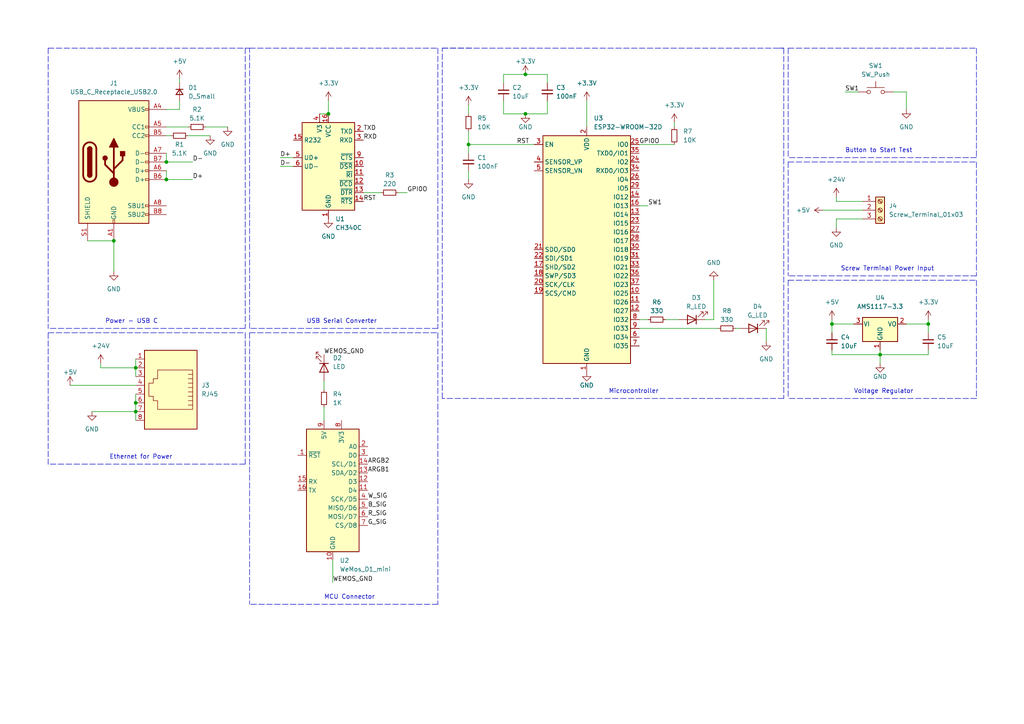
<source format=kicad_sch>
(kicad_sch (version 20211123) (generator eeschema)
  (paper "A4")
  (lib_symbols
    (symbol "Connector:RJ45" (pin_names (offset 1.016))
      (property "Reference" "J" (at -5.08 13.97 0))
      (property "Value" "RJ45" (at 2.54 13.97 0))
      (symbol "RJ45_0_1"
        (polyline (pts (xy -5.08 4.445) (xy -6.35 4.445)))
        (polyline (pts (xy -5.08 5.715) (xy -6.35 5.715)))
        (polyline (pts (xy -6.35 -3.175) (xy -5.08 -3.175) (xy -5.08 -3.175)))
        (polyline (pts (xy -6.35 -1.905) (xy -5.08 -1.905) (xy -5.08 -1.905)))
        (polyline (pts (xy -6.35 -0.635) (xy -5.08 -0.635) (xy -5.08 -0.635)))
        (polyline (pts (xy -6.35 0.635) (xy -5.08 0.635) (xy -5.08 0.635)))
        (polyline (pts (xy -6.35 1.905) (xy -5.08 1.905) (xy -5.08 1.905)))
        (polyline (pts (xy -5.08 3.175) (xy -6.35 3.175) (xy -6.35 3.175)))
        (polyline (pts (xy -6.35 -4.445) (xy -6.35 6.985) (xy 3.81 6.985) (xy 3.81 4.445) (xy 5.08 4.445) (xy 5.08 3.175) (xy 6.35 3.175) (xy 6.35 -0.635) (xy 5.08 -0.635) (xy 5.08 -1.905) (xy 3.81 -1.905) (xy 3.81 -4.445) (xy -6.35 -4.445) (xy -6.35 -4.445)))
        (rectangle (start 7.62 12.7) (end -7.62 -10.16) (stroke (width 0.254)) (fill (type background)))
      )
      (symbol "RJ45_1_1"
        (pin passive line (at 10.16 -7.62 180) (length 2.54) (name "~") (number "1"))
        (pin passive line (at 10.16 -5.08 180) (length 2.54) (name "~") (number "2"))
        (pin passive line (at 10.16 -2.54 180) (length 2.54) (name "~") (number "3"))
        (pin passive line (at 10.16 0 180) (length 2.54) (name "~") (number "4"))
        (pin passive line (at 10.16 2.54 180) (length 2.54) (name "~") (number "5"))
        (pin passive line (at 10.16 5.08 180) (length 2.54) (name "~") (number "6"))
        (pin passive line (at 10.16 7.62 180) (length 2.54) (name "~") (number "7"))
        (pin passive line (at 10.16 10.16 180) (length 2.54) (name "~") (number "8"))
      )
    )
    (symbol "Connector:Screw_Terminal_01x03" (pin_names (offset 1.016) hide)
      (property "Reference" "J" (at 0 5.08 0))
      (property "Value" "Screw_Terminal_01x03" (at 0 -5.08 0))
      (symbol "Screw_Terminal_01x03_1_1"
        (rectangle (start -1.27 3.81) (end 1.27 -3.81) (stroke (width 0.254)) (fill (type background)))
        (circle (center 0 -2.54) (radius 0.635) (stroke (width 0.1524)))
        (polyline (pts (xy -0.5334 -2.2098) (xy 0.3302 -3.048)) (stroke (width 0.1524)))
        (polyline (pts (xy -0.5334 0.3302) (xy 0.3302 -0.508)) (stroke (width 0.1524)))
        (polyline (pts (xy -0.5334 2.8702) (xy 0.3302 2.032)) (stroke (width 0.1524)))
        (polyline (pts (xy -0.3556 -2.032) (xy 0.508 -2.8702)) (stroke (width 0.1524)))
        (polyline (pts (xy -0.3556 0.508) (xy 0.508 -0.3302)) (stroke (width 0.1524)))
        (polyline (pts (xy -0.3556 3.048) (xy 0.508 2.2098)) (stroke (width 0.1524)))
        (circle (center 0 0) (radius 0.635) (stroke (width 0.1524)))
        (circle (center 0 2.54) (radius 0.635) (stroke (width 0.1524)))
        (pin passive line (at -5.08 2.54 0) (length 3.81) (name "Pin_1") (number "1"))
        (pin passive line (at -5.08 0 0) (length 3.81) (name "Pin_2") (number "2"))
        (pin passive line (at -5.08 -2.54 0) (length 3.81) (name "Pin_3") (number "3"))
      )
    )
    (symbol "Connector:USB_C_Receptacle_USB2.0" (pin_names (offset 1.016))
      (property "Reference" "J" (at -10.16 19.05 0))
      (property "Value" "USB_C_Receptacle_USB2.0" (at 19.05 19.05 0))
      (symbol "USB_C_Receptacle_USB2.0_0_0"
        (rectangle (start -0.254 -17.78) (end 0.254 -16.764))
        (rectangle (start 10.16 -14.986) (end 9.144 -15.494))
        (rectangle (start 10.16 -12.446) (end 9.144 -12.954))
        (rectangle (start 10.16 -4.826) (end 9.144 -5.334))
        (rectangle (start 10.16 -2.286) (end 9.144 -2.794))
        (rectangle (start 10.16 0.254) (end 9.144 -0.254))
        (rectangle (start 10.16 2.794) (end 9.144 2.286))
        (rectangle (start 10.16 7.874) (end 9.144 7.366))
        (rectangle (start 10.16 10.414) (end 9.144 9.906))
        (rectangle (start 10.16 15.494) (end 9.144 14.986))
      )
      (symbol "USB_C_Receptacle_USB2.0_0_1"
        (rectangle (start -10.16 17.78) (end 10.16 -17.78) (stroke (width 0.254)) (fill (type background)))
        (arc (start -8.89 -3.81) (mid -6.985 -5.715) (end -5.08 -3.81) (stroke (width 0.508)))
        (arc (start -7.62 -3.81) (mid -6.985 -4.445) (end -6.35 -3.81) (stroke (width 0.254)))
        (arc (start -7.62 -3.81) (mid -6.985 -4.445) (end -6.35 -3.81) (stroke (width 0.254)) (fill (type outline)))
        (rectangle (start -7.62 -3.81) (end -6.35 3.81) (stroke (width 0.254)) (fill (type outline)))
        (arc (start -6.35 3.81) (mid -6.985 4.445) (end -7.62 3.81) (stroke (width 0.254)))
        (arc (start -6.35 3.81) (mid -6.985 4.445) (end -7.62 3.81) (stroke (width 0.254)) (fill (type outline)))
        (arc (start -5.08 3.81) (mid -6.985 5.715) (end -8.89 3.81) (stroke (width 0.508)))
        (circle (center -2.54 1.143) (radius 0.635) (stroke (width 0.254)) (fill (type outline)))
        (circle (center 0 -5.842) (radius 1.27) (fill (type outline)))
        (polyline (pts (xy -8.89 -3.81) (xy -8.89 3.81)) (stroke (width 0.508)))
        (polyline (pts (xy -5.08 3.81) (xy -5.08 -3.81)) (stroke (width 0.508)))
        (polyline (pts (xy 0 -5.842) (xy 0 4.318)) (stroke (width 0.508)))
        (polyline (pts (xy 0 -3.302) (xy -2.54 -0.762) (xy -2.54 0.508)) (stroke (width 0.508)))
        (polyline (pts (xy 0 -2.032) (xy 2.54 0.508) (xy 2.54 1.778)) (stroke (width 0.508)))
        (polyline (pts (xy -1.27 4.318) (xy 0 6.858) (xy 1.27 4.318) (xy -1.27 4.318)) (stroke (width 0.254)) (fill (type outline)))
        (rectangle (start 1.905 1.778) (end 3.175 3.048) (stroke (width 0.254)) (fill (type outline)))
      )
      (symbol "USB_C_Receptacle_USB2.0_1_1"
        (pin passive line (at 0 -22.86 90) (length 5.08) (name "GND") (number "A1"))
        (pin passive line (at 0 -22.86 90) (length 5.08) hide (name "GND") (number "A12"))
        (pin passive line (at 15.24 15.24 180) (length 5.08) (name "VBUS") (number "A4"))
        (pin bidirectional line (at 15.24 10.16 180) (length 5.08) (name "CC1") (number "A5"))
        (pin bidirectional line (at 15.24 -2.54 180) (length 5.08) (name "D+") (number "A6"))
        (pin bidirectional line (at 15.24 2.54 180) (length 5.08) (name "D-") (number "A7"))
        (pin bidirectional line (at 15.24 -12.7 180) (length 5.08) (name "SBU1") (number "A8"))
        (pin passive line (at 15.24 15.24 180) (length 5.08) hide (name "VBUS") (number "A9"))
        (pin passive line (at 0 -22.86 90) (length 5.08) hide (name "GND") (number "B1"))
        (pin passive line (at 0 -22.86 90) (length 5.08) hide (name "GND") (number "B12"))
        (pin passive line (at 15.24 15.24 180) (length 5.08) hide (name "VBUS") (number "B4"))
        (pin bidirectional line (at 15.24 7.62 180) (length 5.08) (name "CC2") (number "B5"))
        (pin bidirectional line (at 15.24 -5.08 180) (length 5.08) (name "D+") (number "B6"))
        (pin bidirectional line (at 15.24 0 180) (length 5.08) (name "D-") (number "B7"))
        (pin bidirectional line (at 15.24 -15.24 180) (length 5.08) (name "SBU2") (number "B8"))
        (pin passive line (at 15.24 15.24 180) (length 5.08) hide (name "VBUS") (number "B9"))
        (pin passive line (at -7.62 -22.86 90) (length 5.08) (name "SHIELD") (number "S1"))
      )
    )
    (symbol "Device:C_Small" (pin_numbers hide) (pin_names (offset 0.254) hide)
      (property "Reference" "C" (at 0.254 1.778 0))
      (property "Value" "C_Small" (at 0.254 -2.032 0))
      (symbol "C_Small_0_1"
        (polyline (pts (xy -1.524 -0.508) (xy 1.524 -0.508)) (stroke (width 0.3302)))
        (polyline (pts (xy -1.524 0.508) (xy 1.524 0.508)) (stroke (width 0.3048)))
      )
      (symbol "C_Small_1_1"
        (pin passive line (at 0 2.54 270) (length 2.032) (name "~") (number "1"))
        (pin passive line (at 0 -2.54 90) (length 2.032) (name "~") (number "2"))
      )
    )
    (symbol "Device:D_Small" (pin_numbers hide) (pin_names (offset 0.254) hide)
      (property "Reference" "D" (at -1.27 2.032 0))
      (property "Value" "D_Small" (at -3.81 -2.032 0))
      (symbol "D_Small_0_1"
        (polyline (pts (xy -0.762 -1.016) (xy -0.762 1.016)) (stroke (width 0.254)))
        (polyline (pts (xy -0.762 0) (xy 0.762 0)))
        (polyline (pts (xy 0.762 -1.016) (xy -0.762 0) (xy 0.762 1.016) (xy 0.762 -1.016)) (stroke (width 0.254)))
      )
      (symbol "D_Small_1_1"
        (pin passive line (at -2.54 0 0) (length 1.778) (name "K") (number "1"))
        (pin passive line (at 2.54 0 180) (length 1.778) (name "A") (number "2"))
      )
    )
    (symbol "Device:LED" (pin_numbers hide) (pin_names (offset 1.016) hide)
      (property "Reference" "D" (at 0 2.54 0))
      (property "Value" "LED" (at 0 -2.54 0))
      (symbol "LED_0_1"
        (polyline (pts (xy -1.27 -1.27) (xy -1.27 1.27)) (stroke (width 0.254)))
        (polyline (pts (xy -1.27 0) (xy 1.27 0)))
        (polyline (pts (xy 1.27 -1.27) (xy 1.27 1.27) (xy -1.27 0) (xy 1.27 -1.27)) (stroke (width 0.254)))
        (polyline (pts (xy -3.048 -0.762) (xy -4.572 -2.286) (xy -3.81 -2.286) (xy -4.572 -2.286) (xy -4.572 -1.524)))
        (polyline (pts (xy -1.778 -0.762) (xy -3.302 -2.286) (xy -2.54 -2.286) (xy -3.302 -2.286) (xy -3.302 -1.524)))
      )
      (symbol "LED_1_1"
        (pin passive line (at -3.81 0 0) (length 2.54) (name "K") (number "1"))
        (pin passive line (at 3.81 0 180) (length 2.54) (name "A") (number "2"))
      )
    )
    (symbol "Device:R_Small" (pin_numbers hide) (pin_names (offset 0.254) hide)
      (property "Reference" "R" (at 0.762 0.508 0))
      (property "Value" "R_Small" (at 0.762 -1.016 0))
      (symbol "R_Small_0_1"
        (rectangle (start -0.762 1.778) (end 0.762 -1.778) (stroke (width 0.2032)))
      )
      (symbol "R_Small_1_1"
        (pin passive line (at 0 2.54 270) (length 0.762) (name "~") (number "1"))
        (pin passive line (at 0 -2.54 90) (length 0.762) (name "~") (number "2"))
      )
    )
    (symbol "Interface_USB:CH340C"
      (property "Reference" "U" (at -5.08 13.97 0))
      (property "Value" "CH340C" (at 1.27 13.97 0))
      (symbol "CH340C_0_1"
        (rectangle (start -7.62 12.7) (end 7.62 -12.7) (stroke (width 0.254)) (fill (type background)))
      )
      (symbol "CH340C_1_1"
        (pin power_in line (at 0 -15.24 90) (length 2.54) (name "GND") (number "1"))
        (pin input line (at 10.16 0 180) (length 2.54) (name "~{DSR}") (number "10"))
        (pin input line (at 10.16 -2.54 180) (length 2.54) (name "~{RI}") (number "11"))
        (pin input line (at 10.16 -5.08 180) (length 2.54) (name "~{DCD}") (number "12"))
        (pin output line (at 10.16 -7.62 180) (length 2.54) (name "~{DTR}") (number "13"))
        (pin output line (at 10.16 -10.16 180) (length 2.54) (name "~{RTS}") (number "14"))
        (pin input line (at -10.16 7.62 0) (length 2.54) (name "R232") (number "15"))
        (pin power_in line (at 0 15.24 270) (length 2.54) (name "VCC") (number "16"))
        (pin output line (at 10.16 10.16 180) (length 2.54) (name "TXD") (number "2"))
        (pin input line (at 10.16 7.62 180) (length 2.54) (name "RXD") (number "3"))
        (pin passive line (at -2.54 15.24 270) (length 2.54) (name "V3") (number "4"))
        (pin bidirectional line (at -10.16 2.54 0) (length 2.54) (name "UD+") (number "5"))
        (pin bidirectional line (at -10.16 0 0) (length 2.54) (name "UD-") (number "6"))
        (pin no_connect line (at -7.62 -7.62 0) (length 2.54) hide (name "NC") (number "7"))
        (pin no_connect line (at -7.62 -10.16 0) (length 2.54) hide (name "NC") (number "8"))
        (pin input line (at 10.16 2.54 180) (length 2.54) (name "~{CTS}") (number "9"))
      )
    )
    (symbol "MCU_Module:WeMos_D1_mini"
      (property "Reference" "U" (at 3.81 19.05 0))
      (property "Value" "WeMos_D1_mini" (at 1.27 -19.05 0))
      (symbol "WeMos_D1_mini_1_1"
        (rectangle (start -7.62 17.78) (end 7.62 -17.78) (stroke (width 0.254)) (fill (type background)))
        (pin input line (at -10.16 10.16 0) (length 2.54) (name "~{RST}") (number "1"))
        (pin power_in line (at 0 -20.32 90) (length 2.54) (name "GND") (number "10"))
        (pin bidirectional line (at 10.16 0 180) (length 2.54) (name "D4") (number "11"))
        (pin bidirectional line (at 10.16 2.54 180) (length 2.54) (name "D3") (number "12"))
        (pin bidirectional line (at 10.16 5.08 180) (length 2.54) (name "SDA/D2") (number "13"))
        (pin bidirectional line (at 10.16 7.62 180) (length 2.54) (name "SCL/D1") (number "14"))
        (pin input line (at -10.16 2.54 0) (length 2.54) (name "RX") (number "15"))
        (pin output line (at -10.16 0 0) (length 2.54) (name "TX") (number "16"))
        (pin input line (at 10.16 12.7 180) (length 2.54) (name "A0") (number "2"))
        (pin bidirectional line (at 10.16 10.16 180) (length 2.54) (name "D0") (number "3"))
        (pin bidirectional line (at 10.16 -2.54 180) (length 2.54) (name "SCK/D5") (number "4"))
        (pin bidirectional line (at 10.16 -5.08 180) (length 2.54) (name "MISO/D6") (number "5"))
        (pin bidirectional line (at 10.16 -7.62 180) (length 2.54) (name "MOSI/D7") (number "6"))
        (pin bidirectional line (at 10.16 -10.16 180) (length 2.54) (name "CS/D8") (number "7"))
        (pin power_out line (at 2.54 20.32 270) (length 2.54) (name "3V3") (number "8"))
        (pin power_in line (at -2.54 20.32 270) (length 2.54) (name "5V") (number "9"))
      )
    )
    (symbol "RF_Module:ESP32-WROOM-32D"
      (property "Reference" "U" (at -12.7 34.29 0))
      (property "Value" "ESP32-WROOM-32D" (at 1.27 34.29 0))
      (symbol "ESP32-WROOM-32D_0_1"
        (rectangle (start -12.7 33.02) (end 12.7 -33.02) (stroke (width 0.254)) (fill (type background)))
      )
      (symbol "ESP32-WROOM-32D_1_1"
        (pin power_in line (at 0 -35.56 90) (length 2.54) (name "GND") (number "1"))
        (pin bidirectional line (at 15.24 -12.7 180) (length 2.54) (name "IO25") (number "10"))
        (pin bidirectional line (at 15.24 -15.24 180) (length 2.54) (name "IO26") (number "11"))
        (pin bidirectional line (at 15.24 -17.78 180) (length 2.54) (name "IO27") (number "12"))
        (pin bidirectional line (at 15.24 10.16 180) (length 2.54) (name "IO14") (number "13"))
        (pin bidirectional line (at 15.24 15.24 180) (length 2.54) (name "IO12") (number "14"))
        (pin passive line (at 0 -35.56 90) (length 2.54) hide (name "GND") (number "15"))
        (pin bidirectional line (at 15.24 12.7 180) (length 2.54) (name "IO13") (number "16"))
        (pin bidirectional line (at -15.24 -5.08 0) (length 2.54) (name "SHD/SD2") (number "17"))
        (pin bidirectional line (at -15.24 -7.62 0) (length 2.54) (name "SWP/SD3") (number "18"))
        (pin bidirectional line (at -15.24 -12.7 0) (length 2.54) (name "SCS/CMD") (number "19"))
        (pin power_in line (at 0 35.56 270) (length 2.54) (name "VDD") (number "2"))
        (pin bidirectional line (at -15.24 -10.16 0) (length 2.54) (name "SCK/CLK") (number "20"))
        (pin bidirectional line (at -15.24 0 0) (length 2.54) (name "SDO/SD0") (number "21"))
        (pin bidirectional line (at -15.24 -2.54 0) (length 2.54) (name "SDI/SD1") (number "22"))
        (pin bidirectional line (at 15.24 7.62 180) (length 2.54) (name "IO15") (number "23"))
        (pin bidirectional line (at 15.24 25.4 180) (length 2.54) (name "IO2") (number "24"))
        (pin bidirectional line (at 15.24 30.48 180) (length 2.54) (name "IO0") (number "25"))
        (pin bidirectional line (at 15.24 20.32 180) (length 2.54) (name "IO4") (number "26"))
        (pin bidirectional line (at 15.24 5.08 180) (length 2.54) (name "IO16") (number "27"))
        (pin bidirectional line (at 15.24 2.54 180) (length 2.54) (name "IO17") (number "28"))
        (pin bidirectional line (at 15.24 17.78 180) (length 2.54) (name "IO5") (number "29"))
        (pin input line (at -15.24 30.48 0) (length 2.54) (name "EN") (number "3"))
        (pin bidirectional line (at 15.24 0 180) (length 2.54) (name "IO18") (number "30"))
        (pin bidirectional line (at 15.24 -2.54 180) (length 2.54) (name "IO19") (number "31"))
        (pin no_connect line (at -12.7 -27.94 0) (length 2.54) hide (name "NC") (number "32"))
        (pin bidirectional line (at 15.24 -5.08 180) (length 2.54) (name "IO21") (number "33"))
        (pin bidirectional line (at 15.24 22.86 180) (length 2.54) (name "RXD0/IO3") (number "34"))
        (pin bidirectional line (at 15.24 27.94 180) (length 2.54) (name "TXD0/IO1") (number "35"))
        (pin bidirectional line (at 15.24 -7.62 180) (length 2.54) (name "IO22") (number "36"))
        (pin bidirectional line (at 15.24 -10.16 180) (length 2.54) (name "IO23") (number "37"))
        (pin passive line (at 0 -35.56 90) (length 2.54) hide (name "GND") (number "38"))
        (pin passive line (at 0 -35.56 90) (length 2.54) hide (name "GND") (number "39"))
        (pin input line (at -15.24 25.4 0) (length 2.54) (name "SENSOR_VP") (number "4"))
        (pin input line (at -15.24 22.86 0) (length 2.54) (name "SENSOR_VN") (number "5"))
        (pin input line (at 15.24 -25.4 180) (length 2.54) (name "IO34") (number "6"))
        (pin input line (at 15.24 -27.94 180) (length 2.54) (name "IO35") (number "7"))
        (pin bidirectional line (at 15.24 -20.32 180) (length 2.54) (name "IO32") (number "8"))
        (pin bidirectional line (at 15.24 -22.86 180) (length 2.54) (name "IO33") (number "9"))
      )
    )
    (symbol "Regulator_Linear:AMS1117-3.3" (pin_names (offset 0.254))
      (property "Reference" "U" (at -3.81 3.175 0))
      (property "Value" "AMS1117-3.3" (at 0 3.175 0))
      (symbol "AMS1117-3.3_0_1"
        (rectangle (start -5.08 -5.08) (end 5.08 1.905) (stroke (width 0.254)) (fill (type background)))
      )
      (symbol "AMS1117-3.3_1_1"
        (pin power_in line (at 0 -7.62 90) (length 2.54) (name "GND") (number "1"))
        (pin power_out line (at 7.62 0 180) (length 2.54) (name "VO") (number "2"))
        (pin power_in line (at -7.62 0 0) (length 2.54) (name "VI") (number "3"))
      )
    )
    (symbol "Switch:SW_Push" (pin_numbers hide) (pin_names (offset 1.016) hide)
      (property "Reference" "SW" (at 1.27 2.54 0))
      (property "Value" "SW_Push" (at 0 -1.524 0))
      (symbol "SW_Push_0_1"
        (circle (center -2.032 0) (radius 0.508))
        (polyline (pts (xy 0 1.27) (xy 0 3.048)))
        (polyline (pts (xy 2.54 1.27) (xy -2.54 1.27)))
        (circle (center 2.032 0) (radius 0.508))
        (pin passive line (at -5.08 0 0) (length 2.54) (name "1") (number "1"))
        (pin passive line (at 5.08 0 180) (length 2.54) (name "2") (number "2"))
      )
    )
    (symbol "power:+24V" (power) (pin_names (offset 0))
      (property "Value" "+24V" (at 0 3.556 0))
      (symbol "+24V_0_1"
        (polyline (pts (xy -0.762 1.27) (xy 0 2.54)))
        (polyline (pts (xy 0 0) (xy 0 2.54)))
        (polyline (pts (xy 0 2.54) (xy 0.762 1.27)))
      )
      (symbol "+24V_1_1"
        (pin power_in line (at 0 0 90) (length 0) hide (name "+24V") (number "1"))
      )
    )
    (symbol "power:+3.3V" (power) (pin_names (offset 0))
      (property "Value" "+3.3V" (at 0 3.556 0))
      (symbol "+3.3V_0_1"
        (polyline (pts (xy -0.762 1.27) (xy 0 2.54)))
        (polyline (pts (xy 0 0) (xy 0 2.54)))
        (polyline (pts (xy 0 2.54) (xy 0.762 1.27)))
      )
      (symbol "+3.3V_1_1"
        (pin power_in line (at 0 0 90) (length 0) hide (name "+3.3V") (number "1"))
      )
    )
    (symbol "power:+5V" (power) (pin_names (offset 0))
      (property "Value" "+5V" (at 0 3.556 0))
      (symbol "+5V_0_1"
        (polyline (pts (xy -0.762 1.27) (xy 0 2.54)))
        (polyline (pts (xy 0 0) (xy 0 2.54)))
        (polyline (pts (xy 0 2.54) (xy 0.762 1.27)))
      )
      (symbol "+5V_1_1"
        (pin power_in line (at 0 0 90) (length 0) hide (name "+5V") (number "1"))
      )
    )
    (symbol "power:GND" (power) (pin_names (offset 0))
      (property "Value" "GND" (at 0 -3.81 0))
      (symbol "GND_0_1"
        (polyline (pts (xy 0 0) (xy 0 -1.27) (xy 1.27 -1.27) (xy 0 -2.54) (xy -1.27 -1.27) (xy 0 -1.27)))
      )
      (symbol "GND_1_1"
        (pin power_in line (at 0 0 270) (length 0) hide (name "GND") (number "1"))
      )
    )
  )
  (junction (at 152.4 21.59))
  (junction (at 39.37 116.84))
  (junction (at 269.24 93.98))
  (junction (at 48.26 52.07))
  (junction (at 95.25 33.02))
  (junction (at 48.26 46.99))
  (junction (at 39.37 106.68))
  (junction (at 241.3 93.98))
  (junction (at 152.4 33.02))
  (junction (at 135.89 41.91))
  (junction (at 255.27 102.87))
  (junction (at 39.37 119.38))
  (junction (at 33.02 69.85))
  (wire (pts (xy 135.89 44.45) (xy 135.89 41.91)))
  (wire (pts (xy 238.76 60.96) (xy 250.19 60.96)))
  (polyline (pts (xy 72.39 95.25) (xy 72.39 13.97)))
  (wire (pts (xy 59.69 36.83) (xy 66.04 36.83)))
  (polyline (pts (xy 227.33 115.57) (xy 128.27 115.57)))
  (wire (pts (xy 93.98 118.11) (xy 93.98 121.92)))
  (wire (pts (xy 52.07 22.86) (xy 52.07 24.13)))
  (polyline (pts (xy 127 95.25) (xy 72.39 95.25)))
  (polyline (pts (xy 71.12 13.97) (xy 71.12 95.25)))
  (polyline (pts (xy 283.21 80.01) (xy 228.6 80.01)))
  (wire (pts (xy 187.96 59.69) (xy 185.42 59.69)))
  (polyline (pts (xy 283.21 13.97) (xy 283.21 45.72)))
  (wire (pts (xy 269.24 101.6) (xy 269.24 102.87)))
  (polyline (pts (xy 128.27 13.97) (xy 227.33 13.97)))
  (polyline (pts (xy 71.12 134.62) (xy 13.97 134.62)))
  (polyline (pts (xy 13.97 13.97) (xy 13.97 95.25)))
  (wire (pts (xy 242.57 58.42) (xy 250.19 58.42)))
  (polyline (pts (xy 283.21 45.72) (xy 228.6 45.72)))
  (wire (pts (xy 242.57 63.5) (xy 250.19 63.5)))
  (wire (pts (xy 158.75 21.59) (xy 158.75 24.13)))
  (polyline (pts (xy 71.12 96.52) (xy 71.12 134.62)))
  (wire (pts (xy 152.4 33.02) (xy 146.05 33.02)))
  (wire (pts (xy 26.67 119.38) (xy 39.37 119.38)))
  (wire (pts (xy 213.36 95.25) (xy 214.63 95.25)))
  (polyline (pts (xy 228.6 46.99) (xy 283.21 46.99)))
  (wire (pts (xy 81.28 45.72) (xy 85.09 45.72)))
  (wire (pts (xy 25.4 69.85) (xy 33.02 69.85)))
  (polyline (pts (xy 283.21 115.57) (xy 228.6 115.57)))
  (wire (pts (xy 39.37 116.84) (xy 39.37 119.38)))
  (polyline (pts (xy 127 175.26) (xy 72.39 175.26)))
  (polyline (pts (xy 228.6 46.99) (xy 228.6 80.01)))
  (wire (pts (xy 135.89 41.91) (xy 154.94 41.91)))
  (polyline (pts (xy 72.39 96.52) (xy 127 96.52)))
  (wire (pts (xy 48.26 49.53) (xy 48.26 52.07)))
  (wire (pts (xy 255.27 105.41) (xy 255.27 102.87)))
  (polyline (pts (xy 127 96.52) (xy 127 175.26)))
  (polyline (pts (xy 13.97 96.52) (xy 71.12 96.52)))
  (wire (pts (xy 48.26 44.45) (xy 48.26 46.99)))
  (wire (pts (xy 39.37 114.3) (xy 39.37 116.84)))
  (polyline (pts (xy 226.06 13.97) (xy 227.33 13.97)))
  (polyline (pts (xy 13.97 96.52) (xy 13.97 134.62)))
  (wire (pts (xy 262.89 26.67) (xy 262.89 31.75)))
  (wire (pts (xy 135.89 52.07) (xy 135.89 49.53)))
  (wire (pts (xy 241.3 93.98) (xy 241.3 92.71)))
  (wire (pts (xy 146.05 24.13) (xy 146.05 21.59)))
  (wire (pts (xy 262.89 93.98) (xy 269.24 93.98)))
  (wire (pts (xy 269.24 93.98) (xy 269.24 96.52)))
  (wire (pts (xy 152.4 21.59) (xy 158.75 21.59)))
  (wire (pts (xy 158.75 33.02) (xy 152.4 33.02)))
  (wire (pts (xy 185.42 95.25) (xy 208.28 95.25)))
  (wire (pts (xy 33.02 69.85) (xy 33.02 78.74)))
  (polyline (pts (xy 227.33 13.97) (xy 227.33 115.57)))
  (wire (pts (xy 39.37 104.14) (xy 39.37 106.68)))
  (wire (pts (xy 222.25 95.25) (xy 222.25 99.06)))
  (wire (pts (xy 39.37 106.68) (xy 39.37 109.22)))
  (wire (pts (xy 241.3 93.98) (xy 241.3 96.52)))
  (wire (pts (xy 146.05 33.02) (xy 146.05 29.21)))
  (wire (pts (xy 95.25 29.21) (xy 95.25 33.02)))
  (wire (pts (xy 118.11 55.88) (xy 115.57 55.88)))
  (wire (pts (xy 255.27 102.87) (xy 269.24 102.87)))
  (wire (pts (xy 92.71 33.02) (xy 95.25 33.02)))
  (wire (pts (xy 255.27 102.87) (xy 255.27 101.6)))
  (wire (pts (xy 48.26 39.37) (xy 49.53 39.37)))
  (wire (pts (xy 52.07 31.75) (xy 48.26 31.75)))
  (wire (pts (xy 269.24 93.98) (xy 269.24 92.71)))
  (polyline (pts (xy 72.39 96.52) (xy 72.39 175.26)))
  (wire (pts (xy 48.26 52.07) (xy 55.88 52.07)))
  (wire (pts (xy 195.58 35.56) (xy 195.58 36.83)))
  (wire (pts (xy 48.26 46.99) (xy 55.88 46.99)))
  (polyline (pts (xy 72.39 13.97) (xy 71.12 13.97)))
  (polyline (pts (xy 72.39 13.97) (xy 127 13.97)))
  (polyline (pts (xy 228.6 13.97) (xy 228.6 45.72)))
  (polyline (pts (xy 283.21 81.28) (xy 283.21 115.57)))
  (polyline (pts (xy 228.6 81.28) (xy 228.6 115.57)))
  (wire (pts (xy 247.65 93.98) (xy 241.3 93.98)))
  (wire (pts (xy 135.89 41.91) (xy 135.89 38.1)))
  (wire (pts (xy 170.18 29.21) (xy 170.18 36.83)))
  (polyline (pts (xy 283.21 46.99) (xy 283.21 80.01)))
  (polyline (pts (xy 71.12 95.25) (xy 13.97 95.25)))
  (wire (pts (xy 54.61 39.37) (xy 60.96 39.37)))
  (wire (pts (xy 241.3 101.6) (xy 241.3 102.87)))
  (wire (pts (xy 29.21 106.68) (xy 29.21 105.41)))
  (wire (pts (xy 158.75 29.21) (xy 158.75 33.02)))
  (wire (pts (xy 29.21 106.68) (xy 39.37 106.68)))
  (wire (pts (xy 110.49 55.88) (xy 105.41 55.88)))
  (polyline (pts (xy 228.6 81.28) (xy 283.21 81.28)))
  (wire (pts (xy 185.42 92.71) (xy 187.96 92.71)))
  (polyline (pts (xy 228.6 13.97) (xy 283.21 13.97)))
  (wire (pts (xy 135.89 33.02) (xy 135.89 30.48)))
  (wire (pts (xy 52.07 29.21) (xy 52.07 31.75)))
  (wire (pts (xy 193.04 92.71) (xy 196.85 92.71)))
  (polyline (pts (xy 128.27 13.97) (xy 137.16 13.97)))
  (wire (pts (xy 241.3 102.87) (xy 255.27 102.87)))
  (wire (pts (xy 146.05 21.59) (xy 152.4 21.59)))
  (wire (pts (xy 39.37 119.38) (xy 39.37 121.92)))
  (polyline (pts (xy 13.97 13.97) (xy 71.12 13.97)))
  (wire (pts (xy 242.57 66.04) (xy 242.57 63.5)))
  (polyline (pts (xy 128.27 115.57) (xy 128.27 13.97)))
  (wire (pts (xy 207.01 92.71) (xy 204.47 92.71)))
  (wire (pts (xy 207.01 81.28) (xy 207.01 92.71)))
  (wire (pts (xy 20.32 111.76) (xy 39.37 111.76)))
  (wire (pts (xy 93.98 110.49) (xy 93.98 113.03)))
  (wire (pts (xy 81.28 48.26) (xy 85.09 48.26)))
  (polyline (pts (xy 127 13.97) (xy 127 95.25)))
  (wire (pts (xy 48.26 36.83) (xy 54.61 36.83)))
  (wire (pts (xy 195.58 41.91) (xy 185.42 41.91)))
  (wire (pts (xy 259.08 26.67) (xy 262.89 26.67)))
  (wire (pts (xy 242.57 57.15) (xy 242.57 58.42)))
  (wire (pts (xy 96.52 168.91) (xy 96.52 162.56)))
  (wire (pts (xy 245.11 26.67) (xy 248.92 26.67)))
  (text "Microcontroller" (at 176.53 114.3 0) (effects (font (size 1.27 1.27)) (justify left bottom)))
  (text "MCU Connector" (at 93.98 173.99 0) (effects (font (size 1.27 1.27)) (justify left bottom)))
  (text "Ethernet for Power" (at 31.75 133.35 0) (effects (font (size 1.27 1.27)) (justify left bottom)))
  (text "Screw Terminal Power Input " (at 243.84 78.74 0) (effects (font (size 1.27 1.27)) (justify left bottom)))
  (text "USB Serial Converter" (at 88.9 93.98 0) (effects (font (size 1.27 1.27)) (justify left bottom)))
  (text "Button to Start Test" (at 245.11 44.45 0) (effects (font (size 1.27 1.27)) (justify left bottom)))
  (text "Power - USB C " (at 30.48 93.98 0) (effects (font (size 1.27 1.27)) (justify left bottom)))
  (text "Voltage Regulator" (at 247.65 114.3 0) (effects (font (size 1.27 1.27)) (justify left bottom)))
  (label "WEMOS_GND" (at 93.98 102.87 0))
  (label "B_SIG" (at 106.68 147.32 0))
  (label "SW1" (at 245.11 26.67 0))
  (label "R_SIG" (at 106.68 149.86 0))
  (label "D+" (at 81.28 45.72 0))
  (label "ARGB1" (at 106.68 137.16 0))
  (label "W_SIG" (at 106.68 144.78 0))
  (label "WEMOS_GND" (at 96.52 168.91 0))
  (label "RXD" (at 105.41 40.64 0))
  (label "D-" (at 81.28 48.26 0))
  (label "D+" (at 55.88 52.07 0))
  (label "RST" (at 105.41 58.42 0))
  (label "TXD" (at 105.41 38.1 0))
  (label "GPI0O" (at 118.11 55.88 0))
  (label "GPI0O" (at 185.42 41.91 0))
  (label "D-" (at 55.88 46.99 0))
  (label "SW1" (at 187.96 59.69 0))
  (label "RST" (at 149.86 41.91 0))
  (label "ARGB2" (at 106.68 134.62 0))
  (label "G_SIG" (at 106.68 152.4 0))
  (symbol (lib_id "power:+3.3V") (at 269.24 92.71 0) (unit 1)
    (property "Reference" "#PWR0121" (effects hide))
    (property "Value" "+3.3V" (at 269.24 87.63 0))
  )
  (symbol (lib_id "power:+5V") (at 241.3 92.71 0) (unit 1)
    (property "Reference" "#PWR0120" (effects hide))
    (property "Value" "+5V" (at 241.3 87.63 0))
  )
  (symbol (lib_id "power:GND") (at 60.96 39.37 0) (unit 1)
    (property "Reference" "#PWR0109" (effects hide))
    (property "Value" "GND" (at 60.96 44.45 0))
  )
  (symbol (lib_id "Device:R_Small") (at 57.15 36.83 90) (unit 1)
    (property "Reference" "R2" (at 57.15 31.75 90))
    (property "Value" "5.1K" (at 57.15 34.29 90))
    (property "Footprint" "Resistor_SMD:R_0402_1005Metric" (effects hide))
  )
  (symbol (lib_id "Interface_USB:CH340C") (at 95.25 48.26 0) (unit 1)
    (property "Reference" "U1" (at 97.2694 63.5 0) (effects (justify left)))
    (property "Value" "CH340C" (at 97.2694 66.04 0) (effects (justify left)))
    (property "Footprint" "Package_SO:SOIC-16_3.9x9.9mm_P1.27mm" (effects hide))
    (property "Datasheet" "https://datasheet.lcsc.com/szlcsc/Jiangsu-Qin-Heng-CH340C_C84681.pdf" (effects hide))
  )
  (symbol (lib_id "power:GND") (at 26.67 119.38 0) (unit 1)
    (property "Reference" "#PWR0113" (effects hide))
    (property "Value" "GND" (at 26.67 124.46 0))
  )
  (symbol (lib_id "power:+5V") (at 238.76 60.96 90) (unit 1)
    (property "Reference" "#PWR0119" (effects hide))
    (property "Value" "+5V" (at 234.95 60.9599 90) (effects (justify left)))
  )
  (symbol (lib_id "power:GND") (at 135.89 52.07 0) (unit 1)
    (property "Reference" "#PWR0103" (effects hide))
    (property "Value" "GND" (at 135.89 57.15 0))
  )
  (symbol (lib_id "Device:C_Small") (at 241.3 99.06 0) (unit 1)
    (property "Reference" "C4" (at 243.84 97.7962 0) (effects (justify left)))
    (property "Value" "10uF" (at 243.84 100.3362 0) (effects (justify left)))
    (property "Footprint" "Capacitor_SMD:C_0603_1608Metric" (effects hide))
  )
  (symbol (lib_id "RF_Module:ESP32-WROOM-32D") (at 170.18 72.39 0) (unit 1)
    (property "Reference" "U3" (at 172.1994 34.29 0) (effects (justify left)))
    (property "Value" "ESP32-WROOM-32D" (at 172.1994 36.83 0) (effects (justify left)))
    (property "Footprint" "RF_Module:ESP32-WROOM-32" (effects hide))
    (property "Datasheet" "https://www.espressif.com/sites/default/files/documentation/esp32-wroom-32d_esp32-wroom-32u_datasheet_en.pdf" (effects hide))
  )
  (symbol (lib_id "power:+5V") (at 20.32 111.76 0) (unit 1)
    (property "Reference" "#PWR0112" (effects hide))
    (property "Value" "+5V" (at 20.32 107.95 0))
  )
  (symbol (lib_id "Switch:SW_Push") (at 254 26.67 0) (unit 1)
    (property "Reference" "SW1" (at 254 19.05 0))
    (property "Value" "SW_Push" (at 254 21.59 0))
    (property "Footprint" "Button_Switch_THT:SW_PUSH_6mm" (effects hide))
  )
  (symbol (lib_id "Device:C_Small") (at 158.75 26.67 0) (unit 1)
    (property "Reference" "C3" (at 161.29 25.4062 0) (effects (justify left)))
    (property "Value" "100nF" (at 161.29 27.9462 0) (effects (justify left)))
    (property "Footprint" "Capacitor_SMD:C_0402_1005Metric" (effects hide))
  )
  (symbol (lib_id "power:GND") (at 66.04 36.83 0) (unit 1)
    (property "Reference" "#PWR0110" (effects hide))
    (property "Value" "GND" (at 66.04 41.91 0))
  )
  (symbol (lib_id "MCU_Module:WeMos_D1_mini") (at 96.52 142.24 0) (unit 1)
    (property "Reference" "U2" (at 98.5394 162.56 0) (effects (justify left)))
    (property "Value" "WeMos_D1_mini" (at 98.5394 165.1 0) (effects (justify left)))
    (property "Footprint" "Module:WEMOS_D1_mini_light" (effects hide))
    (property "Datasheet" "https://wiki.wemos.cc/products:d1:d1_mini#documentation" (effects hide))
  )
  (symbol (lib_id "Device:LED") (at 200.66 92.71 180) (unit 1)
    (property "Reference" "D3" (at 201.93 86.36 0))
    (property "Value" "R_LED" (at 201.93 88.9 0))
    (property "Footprint" "LED_SMD:LED_0603_1608Metric" (effects hide))
  )
  (symbol (lib_id "power:GND") (at 222.25 99.06 0) (unit 1)
    (property "Reference" "#PWR?" (effects hide))
    (property "Value" "GND" (at 222.25 104.14 0))
  )
  (symbol (lib_id "Device:R_Small") (at 195.58 39.37 0) (unit 1)
    (property "Reference" "R7" (at 198.12 38.0999 0) (effects (justify left)))
    (property "Value" "10K" (at 198.12 40.6399 0) (effects (justify left)))
    (property "Footprint" "Resistor_SMD:R_0402_1005Metric" (effects hide))
  )
  (symbol (lib_id "Device:D_Small") (at 52.07 26.67 270) (unit 1)
    (property "Reference" "D1" (at 54.61 25.3999 90) (effects (justify left)))
    (property "Value" "D_Small" (at 54.61 27.9399 90) (effects (justify left)))
    (property "Footprint" "Diode_SMD:D_SOD-123" (effects hide))
  )
  (symbol (lib_id "power:GND") (at 95.25 63.5 0) (unit 1)
    (property "Reference" "#PWR0114" (effects hide))
    (property "Value" "GND" (at 95.25 68.58 0))
  )
  (symbol (lib_id "power:+3.3V") (at 135.89 30.48 0) (unit 1)
    (property "Reference" "#PWR0107" (effects hide))
    (property "Value" "+3.3V" (at 135.89 25.4 0))
  )
  (symbol (lib_id "power:GND") (at 152.4 33.02 0) (unit 1)
    (property "Reference" "#PWR0104" (effects hide))
    (property "Value" "GND" (at 152.4 36.83 0))
  )
  (symbol (lib_id "power:+3.3V") (at 170.18 29.21 0) (unit 1)
    (property "Reference" "#PWR0101" (effects hide))
    (property "Value" "+3.3V" (at 170.18 24.13 0))
  )
  (symbol (lib_id "power:+3.3V") (at 195.58 35.56 0) (unit 1)
    (property "Reference" "#PWR0102" (effects hide))
    (property "Value" "+3.3V" (at 195.58 30.48 0))
  )
  (symbol (lib_id "Device:R_Small") (at 210.82 95.25 90) (unit 1)
    (property "Reference" "R8" (at 210.82 90.17 90))
    (property "Value" "330" (at 210.82 92.71 90))
    (property "Footprint" "Resistor_SMD:R_0402_1005Metric" (effects hide))
  )
  (symbol (lib_id "power:GND") (at 262.89 31.75 0) (unit 1)
    (property "Reference" "#PWR0123" (effects hide))
    (property "Value" "GND" (at 262.89 36.83 0))
  )
  (symbol (lib_id "power:+24V") (at 29.21 105.41 0) (unit 1)
    (property "Reference" "#PWR0115" (effects hide))
    (property "Value" "+24V" (at 29.21 100.33 0))
  )
  (symbol (lib_id "Device:C_Small") (at 269.24 99.06 0) (unit 1)
    (property "Reference" "C5" (at 271.78 97.7962 0) (effects (justify left)))
    (property "Value" "10uF" (at 271.78 100.3362 0) (effects (justify left)))
    (property "Footprint" "Capacitor_SMD:C_0603_1608Metric" (effects hide))
  )
  (symbol (lib_id "Connector:Screw_Terminal_01x03") (at 255.27 60.96 0) (unit 1)
    (property "Reference" "J4" (at 257.81 59.6899 0) (effects (justify left)))
    (property "Value" "Screw_Terminal_01x03" (at 257.81 62.2299 0) (effects (justify left)))
    (property "Footprint" "TerminalBlock:TerminalBlock_bornier-3_P5.08mm" (effects hide))
  )
  (symbol (lib_id "power:+5V") (at 52.07 22.86 0) (unit 1)
    (property "Reference" "#PWR0108" (effects hide))
    (property "Value" "+5V" (at 52.07 17.78 0))
  )
  (symbol (lib_id "Device:R_Small") (at 113.03 55.88 90) (unit 1)
    (property "Reference" "R3" (at 113.03 50.8 90))
    (property "Value" "220" (at 113.03 53.34 90))
    (property "Footprint" "Resistor_SMD:R_0402_1005Metric" (effects hide))
  )
  (symbol (lib_id "Device:C_Small") (at 146.05 26.67 0) (unit 1)
    (property "Reference" "C2" (at 148.59 25.4062 0) (effects (justify left)))
    (property "Value" "10uF" (at 148.59 27.9462 0) (effects (justify left)))
    (property "Footprint" "Capacitor_SMD:C_0603_1608Metric" (effects hide))
  )
  (symbol (lib_id "Device:R_Small") (at 190.5 92.71 90) (unit 1)
    (property "Reference" "R6" (at 190.5 87.63 90))
    (property "Value" "330" (at 190.5 90.17 90))
    (property "Footprint" "Resistor_SMD:R_0402_1005Metric" (effects hide))
  )
  (symbol (lib_id "Device:R_Small") (at 52.07 39.37 90) (unit 1)
    (property "Reference" "R1" (at 52.07 41.91 90))
    (property "Value" "5.1K" (at 52.07 44.45 90))
    (property "Footprint" "Resistor_SMD:R_0402_1005Metric" (effects hide))
  )
  (symbol (lib_id "power:GND") (at 255.27 105.41 0) (unit 1)
    (property "Reference" "#PWR0122" (effects hide))
    (property "Value" "GND" (at 255.27 109.22 0))
  )
  (symbol (lib_id "power:GND") (at 33.02 78.74 0) (unit 1)
    (property "Reference" "#PWR0111" (effects hide))
    (property "Value" "GND" (at 33.02 83.82 0))
  )
  (symbol (lib_id "Connector:USB_C_Receptacle_USB2.0") (at 33.02 46.99 0) (unit 1)
    (property "Reference" "J1" (at 33.02 24.13 0))
    (property "Value" "USB_C_Receptacle_USB2.0" (at 33.02 26.67 0))
    (property "Footprint" "Connector_USB:USB_C_Receptacle_Palconn_UTC16-G" (effects hide))
    (property "Datasheet" "https://www.usb.org/sites/default/files/documents/usb_type-c.zip" (effects hide))
  )
  (symbol (lib_id "power:+24V") (at 242.57 57.15 0) (unit 1)
    (property "Reference" "#PWR0117" (effects hide))
    (property "Value" "+24V" (at 242.57 52.07 0))
  )
  (symbol (lib_id "Device:R_Small") (at 93.98 115.57 0) (unit 1)
    (property "Reference" "R4" (at 96.52 114.2999 0) (effects (justify left)))
    (property "Value" "1K" (at 96.52 116.8399 0) (effects (justify left)))
    (property "Footprint" "Resistor_SMD:R_0402_1005Metric" (effects hide))
  )
  (symbol (lib_id "power:GND") (at 242.57 66.04 0) (unit 1)
    (property "Reference" "#PWR0116" (effects hide))
    (property "Value" "GND" (at 242.57 71.12 0))
  )
  (symbol (lib_id "Device:C_Small") (at 135.89 46.99 0) (unit 1)
    (property "Reference" "C1" (at 138.43 45.7262 0) (effects (justify left)))
    (property "Value" "100nF" (at 138.43 48.2662 0) (effects (justify left)))
    (property "Footprint" "Capacitor_SMD:C_0402_1005Metric" (effects hide))
  )
  (symbol (lib_id "power:GND") (at 170.18 107.95 0) (unit 1)
    (property "Reference" "#PWR0118" (effects hide))
    (property "Value" "GND" (at 170.18 111.76 0))
  )
  (symbol (lib_id "Device:R_Small") (at 135.89 35.56 0) (unit 1)
    (property "Reference" "R5" (at 138.43 34.2899 0) (effects (justify left)))
    (property "Value" "10K" (at 138.43 36.8299 0) (effects (justify left)))
    (property "Footprint" "Resistor_SMD:R_0402_1005Metric" (effects hide))
  )
  (symbol (lib_id "power:GND") (at 207.01 81.28 180) (unit 1)
    (property "Reference" "#PWR?" (effects hide))
    (property "Value" "GND" (at 207.01 76.2 0))
  )
  (symbol (lib_id "Regulator_Linear:AMS1117-3.3") (at 255.27 93.98 0) (unit 1)
    (property "Reference" "U4" (at 255.27 86.36 0))
    (property "Value" "AMS1117-3.3" (at 255.27 88.9 0))
    (property "Footprint" "Package_TO_SOT_SMD:SOT-223-3_TabPin2" (effects hide))
    (property "Datasheet" "http://www.advanced-monolithic.com/pdf/ds1117.pdf" (effects hide))
  )
  (symbol (lib_id "Device:LED") (at 218.44 95.25 180) (unit 1)
    (property "Reference" "D4" (at 219.71 88.9 0))
    (property "Value" "G_LED" (at 219.71 91.44 0))
    (property "Footprint" "LED_SMD:LED_0603_1608Metric" (effects hide))
  )
  (symbol (lib_id "Connector:RJ45") (at 49.53 111.76 180) (unit 1)
    (property "Reference" "J3" (at 58.42 111.7599 0) (effects (justify right)))
    (property "Value" "RJ45" (at 58.42 114.2999 0) (effects (justify right)))
    (property "Footprint" "WS_LCSC_Connectors:RJ45_5501-88011111" (effects hide))
  )
  (symbol (lib_id "Device:LED") (at 93.98 106.68 270) (unit 1)
    (property "Reference" "D2" (at 96.52 103.8224 90) (effects (justify left)))
    (property "Value" "LED" (at 96.52 106.3624 90) (effects (justify left)))
    (property "Footprint" "LED_SMD:LED_0603_1608Metric" (effects hide))
  )
  (symbol (lib_id "power:+3.3V") (at 95.25 29.21 0) (unit 1)
    (property "Reference" "#PWR0105" (effects hide))
    (property "Value" "+3.3V" (at 95.25 24.13 0))
  )
  (symbol (lib_id "power:+3.3V") (at 152.4 21.59 0) (unit 1)
    (property "Reference" "#PWR0106" (effects hide))
    (property "Value" "+3.3V" (at 152.4 17.78 0))
  )
)
</source>
